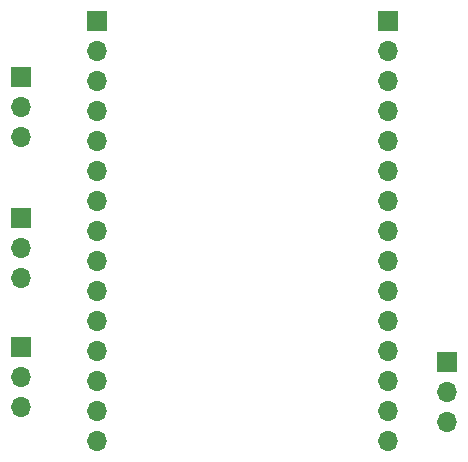
<source format=gbs>
G04 #@! TF.GenerationSoftware,KiCad,Pcbnew,(5.0.0-3-g5ebb6b6)*
G04 #@! TF.CreationDate,2018-08-30T21:54:11-04:00*
G04 #@! TF.ProjectId,PCB,5043422E6B696361645F706362000000,rev?*
G04 #@! TF.SameCoordinates,Original*
G04 #@! TF.FileFunction,Soldermask,Bot*
G04 #@! TF.FilePolarity,Negative*
%FSLAX46Y46*%
G04 Gerber Fmt 4.6, Leading zero omitted, Abs format (unit mm)*
G04 Created by KiCad (PCBNEW (5.0.0-3-g5ebb6b6)) date Thursday, August 30, 2018 at 09:54:11 PM*
%MOMM*%
%LPD*%
G01*
G04 APERTURE LIST*
%ADD10O,1.700000X1.700000*%
%ADD11R,1.700000X1.700000*%
G04 APERTURE END LIST*
D10*
G04 #@! TO.C,U1*
X87954000Y-139796000D03*
X87954000Y-137256000D03*
X87954000Y-134716000D03*
X87954000Y-132176000D03*
X87954000Y-129636000D03*
X87954000Y-127096000D03*
X87954000Y-124556000D03*
X87954000Y-122016000D03*
X87954000Y-119476000D03*
X87954000Y-116936000D03*
X87954000Y-114396000D03*
X87954000Y-111856000D03*
X87954000Y-109316000D03*
X87954000Y-106776000D03*
D11*
X87954000Y-104236000D03*
D10*
X63354000Y-137256000D03*
X63354000Y-134716000D03*
X63354000Y-132176000D03*
X63354000Y-129636000D03*
X63354000Y-127096000D03*
X63354000Y-109316000D03*
X63354000Y-106776000D03*
D11*
X63354000Y-104236000D03*
D10*
X63354000Y-114396000D03*
X63354000Y-111856000D03*
X63354000Y-139796000D03*
X63354000Y-124556000D03*
X63354000Y-122016000D03*
X63354000Y-119476000D03*
X63354000Y-116936000D03*
G04 #@! TD*
G04 #@! TO.C,J1*
X56896000Y-114046000D03*
X56896000Y-111506000D03*
D11*
X56896000Y-108966000D03*
G04 #@! TD*
D10*
G04 #@! TO.C,J2*
X56896000Y-125984000D03*
X56896000Y-123444000D03*
D11*
X56896000Y-120904000D03*
G04 #@! TD*
G04 #@! TO.C,J3*
X56896000Y-131826000D03*
D10*
X56896000Y-134366000D03*
X56896000Y-136906000D03*
G04 #@! TD*
D11*
G04 #@! TO.C,J4*
X92964000Y-133096000D03*
D10*
X92964000Y-135636000D03*
X92964000Y-138176000D03*
G04 #@! TD*
M02*

</source>
